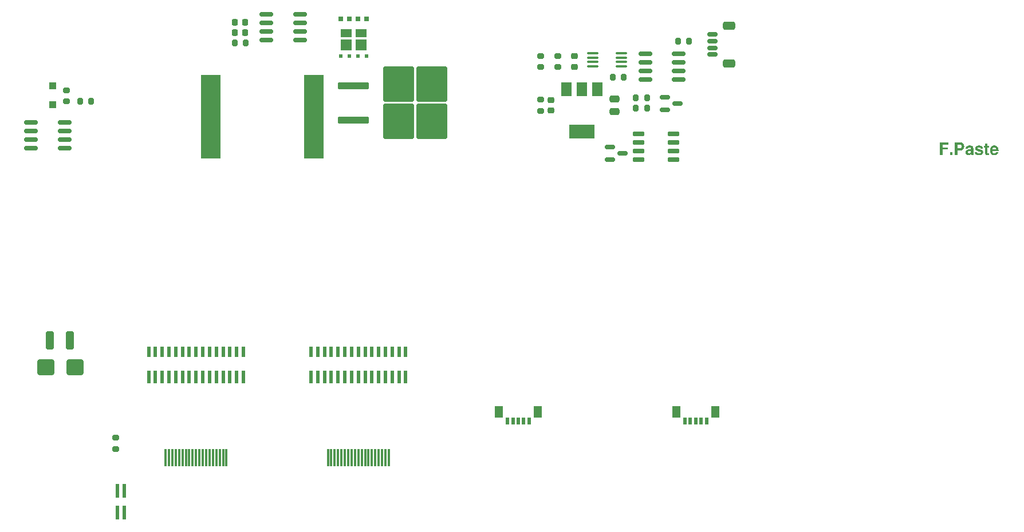
<source format=gbr>
%TF.GenerationSoftware,KiCad,Pcbnew,7.0.9-7.0.9~ubuntu20.04.1*%
%TF.CreationDate,2023-12-22T10:27:10-08:00*%
%TF.ProjectId,NX-J401-Adapter,4e582d4a-3430-4312-9d41-646170746572,1*%
%TF.SameCoordinates,Original*%
%TF.FileFunction,Paste,Top*%
%TF.FilePolarity,Positive*%
%FSLAX46Y46*%
G04 Gerber Fmt 4.6, Leading zero omitted, Abs format (unit mm)*
G04 Created by KiCad (PCBNEW 7.0.9-7.0.9~ubuntu20.04.1) date 2023-12-22 10:27:10*
%MOMM*%
%LPD*%
G01*
G04 APERTURE LIST*
G04 Aperture macros list*
%AMRoundRect*
0 Rectangle with rounded corners*
0 $1 Rounding radius*
0 $2 $3 $4 $5 $6 $7 $8 $9 X,Y pos of 4 corners*
0 Add a 4 corners polygon primitive as box body*
4,1,4,$2,$3,$4,$5,$6,$7,$8,$9,$2,$3,0*
0 Add four circle primitives for the rounded corners*
1,1,$1+$1,$2,$3*
1,1,$1+$1,$4,$5*
1,1,$1+$1,$6,$7*
1,1,$1+$1,$8,$9*
0 Add four rect primitives between the rounded corners*
20,1,$1+$1,$2,$3,$4,$5,0*
20,1,$1+$1,$4,$5,$6,$7,0*
20,1,$1+$1,$6,$7,$8,$9,0*
20,1,$1+$1,$8,$9,$2,$3,0*%
G04 Aperture macros list end*
%ADD10C,0.300000*%
%ADD11RoundRect,0.250000X0.325000X1.100000X-0.325000X1.100000X-0.325000X-1.100000X0.325000X-1.100000X0*%
%ADD12R,0.550000X2.000000*%
%ADD13RoundRect,0.200000X-0.200000X-0.275000X0.200000X-0.275000X0.200000X0.275000X-0.200000X0.275000X0*%
%ADD14RoundRect,0.200000X0.200000X0.275000X-0.200000X0.275000X-0.200000X-0.275000X0.200000X-0.275000X0*%
%ADD15RoundRect,0.250000X1.000000X0.900000X-1.000000X0.900000X-1.000000X-0.900000X1.000000X-0.900000X0*%
%ADD16RoundRect,0.150000X0.825000X0.150000X-0.825000X0.150000X-0.825000X-0.150000X0.825000X-0.150000X0*%
%ADD17RoundRect,0.150000X-0.625000X0.150000X-0.625000X-0.150000X0.625000X-0.150000X0.625000X0.150000X0*%
%ADD18RoundRect,0.250000X-0.650000X0.350000X-0.650000X-0.350000X0.650000X-0.350000X0.650000X0.350000X0*%
%ADD19RoundRect,0.200000X0.275000X-0.200000X0.275000X0.200000X-0.275000X0.200000X-0.275000X-0.200000X0*%
%ADD20RoundRect,0.225000X0.225000X0.250000X-0.225000X0.250000X-0.225000X-0.250000X0.225000X-0.250000X0*%
%ADD21RoundRect,0.250000X-0.475000X0.250000X-0.475000X-0.250000X0.475000X-0.250000X0.475000X0.250000X0*%
%ADD22RoundRect,0.100000X-0.712500X-0.100000X0.712500X-0.100000X0.712500X0.100000X-0.712500X0.100000X0*%
%ADD23R,0.508000X1.092200*%
%ADD24R,1.193800X1.701800*%
%ADD25RoundRect,0.150000X-0.587500X-0.150000X0.587500X-0.150000X0.587500X0.150000X-0.587500X0.150000X0*%
%ADD26RoundRect,0.250000X-0.300000X0.300000X-0.300000X-0.300000X0.300000X-0.300000X0.300000X0.300000X0*%
%ADD27R,1.500000X2.000000*%
%ADD28R,3.800000X2.000000*%
%ADD29RoundRect,0.225000X-0.250000X0.225000X-0.250000X-0.225000X0.250000X-0.225000X0.250000X0.225000X0*%
%ADD30RoundRect,0.150000X0.725000X0.150000X-0.725000X0.150000X-0.725000X-0.150000X0.725000X-0.150000X0*%
%ADD31R,0.660000X0.750000*%
%ADD32R,2.895600X12.446000*%
%ADD33R,0.300000X2.600000*%
%ADD34RoundRect,0.250000X-2.050000X-0.300000X2.050000X-0.300000X2.050000X0.300000X-2.050000X0.300000X0*%
%ADD35RoundRect,0.250000X-2.025000X-2.375000X2.025000X-2.375000X2.025000X2.375000X-2.025000X2.375000X0*%
%ADD36R,0.600000X1.850000*%
%ADD37R,0.600000X1.650000*%
%ADD38RoundRect,0.150000X-0.825000X-0.150000X0.825000X-0.150000X0.825000X0.150000X-0.825000X0.150000X0*%
G04 APERTURE END LIST*
D10*
G36*
X359350399Y-103687157D02*
G01*
X359350399Y-104472741D01*
X358975195Y-104472741D01*
X358975195Y-102649267D01*
X360255839Y-102649267D01*
X360255839Y-102961937D01*
X359350399Y-102961937D01*
X359350399Y-103374487D01*
X360148142Y-103374487D01*
X360148142Y-103687157D01*
X359350399Y-103687157D01*
G37*
G36*
X360847306Y-104107525D02*
G01*
X360847306Y-104472741D01*
X360472102Y-104472741D01*
X360472102Y-104107525D01*
X360847306Y-104107525D01*
G37*
G36*
X361992329Y-102649409D02*
G01*
X362009742Y-102649833D01*
X362043784Y-102651533D01*
X362076782Y-102654366D01*
X362108734Y-102658332D01*
X362139641Y-102663431D01*
X362169504Y-102669664D01*
X362198321Y-102677029D01*
X362226094Y-102685528D01*
X362252821Y-102695160D01*
X362278504Y-102705925D01*
X362303142Y-102717823D01*
X362326734Y-102730854D01*
X362349282Y-102745019D01*
X362370785Y-102760316D01*
X362391243Y-102776747D01*
X362410656Y-102794311D01*
X362429009Y-102812950D01*
X362446177Y-102832608D01*
X362462162Y-102853283D01*
X362476963Y-102874975D01*
X362490579Y-102897686D01*
X362503012Y-102921415D01*
X362514260Y-102946161D01*
X362524324Y-102971925D01*
X362533205Y-102998707D01*
X362540901Y-103026506D01*
X362547413Y-103055324D01*
X362552742Y-103085159D01*
X362556886Y-103116012D01*
X362559846Y-103147883D01*
X362561622Y-103180772D01*
X362562214Y-103214678D01*
X362561627Y-103248926D01*
X362559866Y-103282295D01*
X362556932Y-103314785D01*
X362552823Y-103346396D01*
X362547541Y-103377129D01*
X362541084Y-103406983D01*
X362533454Y-103435958D01*
X362524650Y-103464054D01*
X362514672Y-103491272D01*
X362503520Y-103517611D01*
X362491195Y-103543072D01*
X362477695Y-103567653D01*
X362463022Y-103591356D01*
X362447175Y-103614181D01*
X362430154Y-103636126D01*
X362411959Y-103657193D01*
X362392839Y-103677176D01*
X362372936Y-103695870D01*
X362352249Y-103713274D01*
X362330778Y-103729389D01*
X362308524Y-103744216D01*
X362285486Y-103757752D01*
X362261664Y-103770000D01*
X362237059Y-103780958D01*
X362211670Y-103790627D01*
X362185497Y-103799007D01*
X362158540Y-103806098D01*
X362130800Y-103811900D01*
X362102276Y-103816412D01*
X362072968Y-103819635D01*
X362042877Y-103821569D01*
X362012002Y-103822213D01*
X361544300Y-103822213D01*
X361544300Y-104472741D01*
X361169096Y-104472741D01*
X361169096Y-102961937D01*
X361544300Y-102961937D01*
X361544300Y-103509543D01*
X361894316Y-103509543D01*
X361912324Y-103509278D01*
X361929760Y-103508480D01*
X361962916Y-103505289D01*
X361993786Y-103499971D01*
X362022370Y-103492526D01*
X362048666Y-103482953D01*
X362072677Y-103471254D01*
X362094400Y-103457427D01*
X362113837Y-103441473D01*
X362130987Y-103423391D01*
X362145850Y-103403183D01*
X362158427Y-103380847D01*
X362168717Y-103356384D01*
X362176720Y-103329794D01*
X362182437Y-103301076D01*
X362185867Y-103270232D01*
X362187010Y-103237260D01*
X362186384Y-103211601D01*
X362184506Y-103187225D01*
X362181376Y-103164131D01*
X362176995Y-103142319D01*
X362171361Y-103121790D01*
X362164476Y-103102543D01*
X362156338Y-103084579D01*
X362146949Y-103067897D01*
X362136308Y-103052498D01*
X362124415Y-103038381D01*
X362115791Y-103029682D01*
X362101743Y-103017575D01*
X362086305Y-103006659D01*
X362069478Y-102996934D01*
X362051262Y-102988400D01*
X362031656Y-102981056D01*
X362010662Y-102974904D01*
X361988278Y-102969942D01*
X361964504Y-102966171D01*
X361939341Y-102963591D01*
X361921794Y-102962532D01*
X361903630Y-102962003D01*
X361894316Y-102961937D01*
X361544300Y-102961937D01*
X361169096Y-102961937D01*
X361169096Y-102649267D01*
X361974655Y-102649267D01*
X361992329Y-102649409D01*
G37*
G36*
X363395705Y-103100004D02*
G01*
X363428636Y-103101220D01*
X363460488Y-103103247D01*
X363491260Y-103106085D01*
X363520953Y-103109734D01*
X363549565Y-103114194D01*
X363577098Y-103119464D01*
X363603551Y-103125546D01*
X363628925Y-103132438D01*
X363653219Y-103140141D01*
X363676433Y-103148655D01*
X363698567Y-103157980D01*
X363719621Y-103168115D01*
X363739596Y-103179062D01*
X363758491Y-103190819D01*
X363776307Y-103203387D01*
X363793043Y-103216767D01*
X363808699Y-103230956D01*
X363823275Y-103245957D01*
X363836771Y-103261769D01*
X363849188Y-103278391D01*
X363860525Y-103295825D01*
X363870783Y-103314069D01*
X363879960Y-103333124D01*
X363888058Y-103352990D01*
X363895076Y-103373666D01*
X363901015Y-103395154D01*
X363905874Y-103417452D01*
X363909653Y-103440562D01*
X363912352Y-103464482D01*
X363913972Y-103489213D01*
X363914511Y-103514755D01*
X363914511Y-104265162D01*
X363915760Y-104287975D01*
X363919505Y-104310163D01*
X363925748Y-104331727D01*
X363934487Y-104352667D01*
X363945724Y-104372982D01*
X363955790Y-104387809D01*
X363967261Y-104402285D01*
X363980136Y-104416409D01*
X363994416Y-104430183D01*
X363994416Y-104472741D01*
X363614435Y-104472741D01*
X363602925Y-104456275D01*
X363593367Y-104438093D01*
X363585758Y-104418192D01*
X363581077Y-104401036D01*
X363577643Y-104382780D01*
X363575458Y-104363424D01*
X363574522Y-104342970D01*
X363574483Y-104337684D01*
X363551150Y-104360980D01*
X363527508Y-104382773D01*
X363503557Y-104403063D01*
X363479298Y-104421850D01*
X363454729Y-104439134D01*
X363429853Y-104454915D01*
X363404667Y-104469193D01*
X363379173Y-104481969D01*
X363353370Y-104493241D01*
X363327258Y-104503010D01*
X363300837Y-104511276D01*
X363274108Y-104518040D01*
X363247070Y-104523300D01*
X363219723Y-104527057D01*
X363192068Y-104529312D01*
X363164104Y-104530063D01*
X363141261Y-104529629D01*
X363118981Y-104528326D01*
X363097264Y-104526155D01*
X363076111Y-104523115D01*
X363055521Y-104519207D01*
X363035494Y-104514430D01*
X363016030Y-104508784D01*
X362997129Y-104502270D01*
X362978792Y-104494888D01*
X362961017Y-104486637D01*
X362943806Y-104477517D01*
X362927158Y-104467529D01*
X362911074Y-104456673D01*
X362895552Y-104444948D01*
X362880594Y-104432354D01*
X362866199Y-104418892D01*
X362852579Y-104404715D01*
X362839837Y-104389979D01*
X362827975Y-104374683D01*
X362816991Y-104358828D01*
X362806886Y-104342412D01*
X362797660Y-104325437D01*
X362789312Y-104307902D01*
X362781843Y-104289807D01*
X362775253Y-104271152D01*
X362769541Y-104251938D01*
X362764708Y-104232163D01*
X362760754Y-104211829D01*
X362757678Y-104190936D01*
X362755482Y-104169482D01*
X362754164Y-104147468D01*
X362753724Y-104124895D01*
X362754113Y-104102841D01*
X362755083Y-104084943D01*
X363104175Y-104084943D01*
X363104976Y-104103236D01*
X363107378Y-104120553D01*
X363112632Y-104140824D01*
X363120389Y-104159568D01*
X363130647Y-104176786D01*
X363143408Y-104192478D01*
X363155418Y-104203931D01*
X363172322Y-104216567D01*
X363191008Y-104227061D01*
X363207238Y-104233914D01*
X363224609Y-104239397D01*
X363243119Y-104243509D01*
X363262770Y-104246250D01*
X363283560Y-104247621D01*
X363294383Y-104247792D01*
X363318690Y-104247067D01*
X363341945Y-104244891D01*
X363364146Y-104241265D01*
X363385293Y-104236189D01*
X363405387Y-104229662D01*
X363424428Y-104221685D01*
X363442415Y-104212258D01*
X363459349Y-104201380D01*
X363475229Y-104189052D01*
X363490056Y-104175273D01*
X363499355Y-104165282D01*
X363512316Y-104149119D01*
X363524001Y-104131735D01*
X363534412Y-104113129D01*
X363543548Y-104093303D01*
X363551410Y-104072254D01*
X363557996Y-104049985D01*
X363563308Y-104026494D01*
X363567345Y-104001781D01*
X363570107Y-103975848D01*
X363571240Y-103957880D01*
X363571806Y-103939370D01*
X363571877Y-103929911D01*
X363571877Y-103834807D01*
X363555677Y-103841800D01*
X363536933Y-103848666D01*
X363520105Y-103854067D01*
X363501649Y-103859387D01*
X363481564Y-103864625D01*
X363459851Y-103869782D01*
X363442497Y-103873596D01*
X363424228Y-103877365D01*
X363304371Y-103899947D01*
X363284261Y-103904356D01*
X363265297Y-103909117D01*
X363247478Y-103914229D01*
X363230804Y-103919692D01*
X363210353Y-103927522D01*
X363191937Y-103935977D01*
X363175557Y-103945056D01*
X363157945Y-103957282D01*
X363148904Y-103965086D01*
X363136018Y-103979234D01*
X363125317Y-103995077D01*
X363116799Y-104012618D01*
X363110465Y-104031854D01*
X363106316Y-104052787D01*
X363104568Y-104070755D01*
X363104175Y-104084943D01*
X362755083Y-104084943D01*
X362755278Y-104081352D01*
X362757220Y-104060429D01*
X362759940Y-104040071D01*
X362763436Y-104020280D01*
X362767709Y-104001054D01*
X362772759Y-103982394D01*
X362778586Y-103964299D01*
X362785190Y-103946770D01*
X362792571Y-103929807D01*
X362800728Y-103913410D01*
X362809663Y-103897578D01*
X362819374Y-103882313D01*
X362829863Y-103867613D01*
X362841128Y-103853478D01*
X362853171Y-103839910D01*
X362865990Y-103826907D01*
X362879586Y-103814470D01*
X362893959Y-103802598D01*
X362909109Y-103791292D01*
X362925036Y-103780552D01*
X362941740Y-103770378D01*
X362959221Y-103760770D01*
X362977479Y-103751727D01*
X362996513Y-103743250D01*
X363016325Y-103735339D01*
X363036913Y-103727993D01*
X363058279Y-103721213D01*
X363080421Y-103714999D01*
X363103341Y-103709351D01*
X363127037Y-103704268D01*
X363151510Y-103699751D01*
X363291777Y-103674998D01*
X363309930Y-103673074D01*
X363328590Y-103670670D01*
X363341717Y-103668918D01*
X363359897Y-103666193D01*
X363378630Y-103663056D01*
X363396470Y-103659252D01*
X363399040Y-103658496D01*
X363415999Y-103654068D01*
X363433031Y-103650269D01*
X363447678Y-103647205D01*
X363466479Y-103642846D01*
X363483341Y-103637520D01*
X363498921Y-103629834D01*
X363513384Y-103619931D01*
X363527633Y-103609590D01*
X363535399Y-103603779D01*
X363548386Y-103591869D01*
X363558809Y-103577589D01*
X363564060Y-103565998D01*
X363568824Y-103549184D01*
X363571389Y-103530660D01*
X363571877Y-103517360D01*
X363570095Y-103493224D01*
X363564748Y-103471462D01*
X363555835Y-103452074D01*
X363543358Y-103435060D01*
X363527316Y-103420421D01*
X363507710Y-103408155D01*
X363484538Y-103398263D01*
X363467110Y-103392987D01*
X363448097Y-103388767D01*
X363427500Y-103385601D01*
X363405319Y-103383491D01*
X363381553Y-103382436D01*
X363369076Y-103382304D01*
X363345410Y-103382655D01*
X363323102Y-103383709D01*
X363302153Y-103385464D01*
X363282563Y-103387922D01*
X363264331Y-103391083D01*
X363242136Y-103396389D01*
X363222357Y-103402944D01*
X363204993Y-103410747D01*
X363190045Y-103419798D01*
X363186685Y-103422256D01*
X363171240Y-103436332D01*
X363160288Y-103449882D01*
X363150585Y-103465468D01*
X363142131Y-103483090D01*
X363134925Y-103502747D01*
X363128967Y-103524440D01*
X363125318Y-103542045D01*
X363122372Y-103560796D01*
X363121546Y-103567301D01*
X362784123Y-103567301D01*
X362786632Y-103538526D01*
X362790145Y-103510665D01*
X362794660Y-103483717D01*
X362800177Y-103457683D01*
X362806697Y-103432562D01*
X362814219Y-103408355D01*
X362822744Y-103385061D01*
X362832272Y-103362681D01*
X362842802Y-103341214D01*
X362854334Y-103320661D01*
X362866869Y-103301021D01*
X362880407Y-103282295D01*
X362894947Y-103264482D01*
X362910490Y-103247582D01*
X362927035Y-103231596D01*
X362944583Y-103216524D01*
X362963134Y-103202365D01*
X362982686Y-103189120D01*
X363003242Y-103176788D01*
X363024800Y-103165369D01*
X363047360Y-103154864D01*
X363070923Y-103145272D01*
X363095489Y-103136594D01*
X363121057Y-103128830D01*
X363147628Y-103121979D01*
X363175201Y-103116041D01*
X363203777Y-103111017D01*
X363233355Y-103106906D01*
X363263936Y-103103709D01*
X363295519Y-103101425D01*
X363328105Y-103100055D01*
X363361694Y-103099598D01*
X363395705Y-103100004D01*
G37*
G36*
X364480357Y-104080166D02*
G01*
X364485270Y-104100821D01*
X364491322Y-104120227D01*
X364498515Y-104138385D01*
X364506847Y-104155294D01*
X364516320Y-104170954D01*
X364526932Y-104185366D01*
X364538684Y-104198530D01*
X364551576Y-104210445D01*
X364566545Y-104220929D01*
X364584526Y-104230014D01*
X364605520Y-104237702D01*
X364623243Y-104242551D01*
X364642660Y-104246613D01*
X364663772Y-104249889D01*
X364686578Y-104252379D01*
X364711079Y-104254082D01*
X364737275Y-104255000D01*
X364755680Y-104255174D01*
X364778169Y-104254869D01*
X364799711Y-104253953D01*
X364820306Y-104252426D01*
X364839955Y-104250289D01*
X364858657Y-104247541D01*
X364876412Y-104244182D01*
X364898614Y-104238754D01*
X364919133Y-104232240D01*
X364937969Y-104224640D01*
X364946756Y-104220433D01*
X364962939Y-104211212D01*
X364980134Y-104198483D01*
X364993957Y-104184418D01*
X365004409Y-104169018D01*
X365011489Y-104152281D01*
X365015197Y-104134209D01*
X365015804Y-104122724D01*
X365014149Y-104103508D01*
X365009182Y-104086246D01*
X365000904Y-104070938D01*
X364989314Y-104057584D01*
X364973844Y-104045316D01*
X364956299Y-104035116D01*
X364938284Y-104026770D01*
X364921172Y-104020095D01*
X364902152Y-104013674D01*
X364898119Y-104012421D01*
X364480357Y-103882576D01*
X364462281Y-103877691D01*
X364449959Y-103873891D01*
X364433048Y-103868134D01*
X364416108Y-103861938D01*
X364411309Y-103859994D01*
X364394259Y-103852742D01*
X364377348Y-103846220D01*
X364370054Y-103843492D01*
X364352641Y-103836351D01*
X364336524Y-103828299D01*
X364323588Y-103820042D01*
X364309028Y-103808806D01*
X364294356Y-103797732D01*
X364282333Y-103788775D01*
X364267922Y-103776536D01*
X364255632Y-103763703D01*
X364244562Y-103748901D01*
X364243683Y-103747520D01*
X364234223Y-103731277D01*
X364225266Y-103715263D01*
X364216915Y-103699836D01*
X364215022Y-103696277D01*
X364207266Y-103679258D01*
X364200610Y-103660934D01*
X364195616Y-103643549D01*
X364192440Y-103629834D01*
X364189210Y-103610673D01*
X364186903Y-103590968D01*
X364185642Y-103573281D01*
X364185087Y-103555178D01*
X364185058Y-103549930D01*
X364185640Y-103524268D01*
X364187385Y-103499284D01*
X364190294Y-103474979D01*
X364194367Y-103451352D01*
X364199604Y-103428404D01*
X364206004Y-103406134D01*
X364213568Y-103384543D01*
X364222296Y-103363631D01*
X364232187Y-103343397D01*
X364243242Y-103323841D01*
X364255461Y-103304964D01*
X364268843Y-103286766D01*
X364283390Y-103269246D01*
X364299099Y-103252405D01*
X364315973Y-103236242D01*
X364334010Y-103220758D01*
X364353053Y-103206086D01*
X364372945Y-103192361D01*
X364393684Y-103179583D01*
X364415272Y-103167751D01*
X364437708Y-103156865D01*
X364460992Y-103146926D01*
X364485124Y-103137934D01*
X364510104Y-103129888D01*
X364535933Y-103122789D01*
X364562609Y-103116636D01*
X364590134Y-103111430D01*
X364618507Y-103107171D01*
X364647728Y-103103858D01*
X364677798Y-103101492D01*
X364708715Y-103100072D01*
X364740481Y-103099598D01*
X364774111Y-103100072D01*
X364806822Y-103101492D01*
X364838613Y-103103858D01*
X364869485Y-103107171D01*
X364899437Y-103111430D01*
X364928470Y-103116636D01*
X364956583Y-103122789D01*
X364983777Y-103129888D01*
X365010052Y-103137934D01*
X365035407Y-103146926D01*
X365059843Y-103156865D01*
X365083359Y-103167751D01*
X365105956Y-103179583D01*
X365127634Y-103192361D01*
X365148392Y-103206086D01*
X365168231Y-103220758D01*
X365187025Y-103236271D01*
X365204648Y-103252520D01*
X365221101Y-103269506D01*
X365236383Y-103287228D01*
X365250495Y-103305685D01*
X365263436Y-103324880D01*
X365275207Y-103344810D01*
X365285808Y-103365476D01*
X365295238Y-103386879D01*
X365303497Y-103409018D01*
X365310586Y-103431893D01*
X365316505Y-103455505D01*
X365321253Y-103479852D01*
X365324830Y-103504936D01*
X365327238Y-103530756D01*
X365328474Y-103557312D01*
X364990617Y-103557312D01*
X364989324Y-103535173D01*
X364986098Y-103514463D01*
X364980938Y-103495180D01*
X364973844Y-103477326D01*
X364964816Y-103460901D01*
X364953854Y-103445903D01*
X364940958Y-103432334D01*
X364926129Y-103420194D01*
X364909366Y-103409481D01*
X364890668Y-103400197D01*
X364870038Y-103392341D01*
X364847473Y-103385914D01*
X364822974Y-103380915D01*
X364796542Y-103377344D01*
X364768176Y-103375202D01*
X364737875Y-103374487D01*
X364715334Y-103375017D01*
X364693961Y-103376604D01*
X364673754Y-103379251D01*
X364654714Y-103382956D01*
X364636841Y-103387719D01*
X364620136Y-103393541D01*
X364600895Y-103402307D01*
X364590226Y-103408360D01*
X364574463Y-103419518D01*
X364561371Y-103431820D01*
X364549188Y-103448095D01*
X364540852Y-103466019D01*
X364536364Y-103485591D01*
X364535509Y-103499555D01*
X364537056Y-103518554D01*
X364542495Y-103537073D01*
X364551849Y-103552569D01*
X364560262Y-103561221D01*
X364575814Y-103571752D01*
X364591361Y-103579792D01*
X364610236Y-103587955D01*
X364628508Y-103594851D01*
X364649091Y-103601831D01*
X364657971Y-103604647D01*
X365100486Y-103732321D01*
X365132616Y-103742758D01*
X365162674Y-103754638D01*
X365190658Y-103767959D01*
X365216570Y-103782722D01*
X365240409Y-103798928D01*
X365262174Y-103816575D01*
X365281867Y-103835664D01*
X365299487Y-103856194D01*
X365315034Y-103878167D01*
X365328508Y-103901582D01*
X365339909Y-103926438D01*
X365349237Y-103952737D01*
X365356493Y-103980477D01*
X365361675Y-104009659D01*
X365364784Y-104040283D01*
X365365821Y-104072349D01*
X365365387Y-104091722D01*
X365364084Y-104110972D01*
X365361913Y-104130100D01*
X365358873Y-104149105D01*
X365354964Y-104167989D01*
X365350187Y-104186751D01*
X365344542Y-104205390D01*
X365338028Y-104223907D01*
X365330659Y-104242343D01*
X365322232Y-104260738D01*
X365312746Y-104279093D01*
X365302201Y-104297406D01*
X365290598Y-104315680D01*
X365277937Y-104333912D01*
X365264217Y-104352103D01*
X365253232Y-104365720D01*
X365249438Y-104370254D01*
X365237419Y-104383596D01*
X365224324Y-104396427D01*
X365210152Y-104408746D01*
X365194904Y-104420554D01*
X365178580Y-104431851D01*
X365161179Y-104442636D01*
X365142702Y-104452909D01*
X365123149Y-104462671D01*
X365102519Y-104471922D01*
X365080813Y-104480661D01*
X365065745Y-104486203D01*
X365042386Y-104494041D01*
X365018233Y-104501108D01*
X364993287Y-104507405D01*
X364976215Y-104511174D01*
X364958790Y-104514601D01*
X364941013Y-104517685D01*
X364922882Y-104520426D01*
X364904399Y-104522825D01*
X364885562Y-104524881D01*
X364866373Y-104526594D01*
X364846832Y-104527965D01*
X364826937Y-104528993D01*
X364806689Y-104529678D01*
X364786089Y-104530020D01*
X364775656Y-104530063D01*
X364737303Y-104529624D01*
X364700137Y-104528306D01*
X364664160Y-104526109D01*
X364629371Y-104523034D01*
X364595770Y-104519079D01*
X364563357Y-104514247D01*
X364532133Y-104508535D01*
X364502097Y-104501945D01*
X364473250Y-104494476D01*
X364445591Y-104486128D01*
X364419120Y-104476902D01*
X364393837Y-104466797D01*
X364369742Y-104455813D01*
X364346836Y-104443950D01*
X364325118Y-104431209D01*
X364304589Y-104417589D01*
X364285248Y-104403090D01*
X364267095Y-104387713D01*
X364250130Y-104371457D01*
X364234353Y-104354322D01*
X364219765Y-104336309D01*
X364206365Y-104317417D01*
X364194154Y-104297646D01*
X364183131Y-104276996D01*
X364173296Y-104255468D01*
X364164649Y-104233061D01*
X364157191Y-104209775D01*
X364150920Y-104185611D01*
X364145839Y-104160568D01*
X364141945Y-104134646D01*
X364139240Y-104107845D01*
X364137723Y-104080166D01*
X364480357Y-104080166D01*
G37*
G36*
X366215675Y-103149539D02*
G01*
X366215675Y-103382304D01*
X366020691Y-103382304D01*
X366020691Y-104117513D01*
X366021037Y-104139036D01*
X366022075Y-104158659D01*
X366023805Y-104176383D01*
X366026941Y-104195865D01*
X366032132Y-104215326D01*
X366040156Y-104232627D01*
X366042838Y-104236501D01*
X366057115Y-104249040D01*
X366074505Y-104257073D01*
X366093049Y-104261776D01*
X366111068Y-104264155D01*
X366131420Y-104265134D01*
X366135771Y-104265162D01*
X366153152Y-104264578D01*
X366171948Y-104263079D01*
X366190976Y-104261010D01*
X366209205Y-104258674D01*
X366215675Y-104257780D01*
X366215675Y-104502705D01*
X366193894Y-104509117D01*
X366176899Y-104513365D01*
X366159340Y-104517132D01*
X366141215Y-104520418D01*
X366122526Y-104523224D01*
X366103271Y-104525548D01*
X366083452Y-104527392D01*
X366063068Y-104528754D01*
X366042119Y-104529636D01*
X366020605Y-104530037D01*
X366013308Y-104530063D01*
X365992201Y-104529753D01*
X365971765Y-104528823D01*
X365951998Y-104527273D01*
X365932902Y-104525103D01*
X365914475Y-104522313D01*
X365896719Y-104518903D01*
X365879632Y-104514873D01*
X365847470Y-104504953D01*
X365817987Y-104492553D01*
X365791185Y-104477672D01*
X365767063Y-104460312D01*
X365745621Y-104440471D01*
X365726860Y-104418151D01*
X365710778Y-104393350D01*
X365697377Y-104366070D01*
X365686656Y-104336309D01*
X365678616Y-104304068D01*
X365673255Y-104269348D01*
X365671580Y-104251057D01*
X365670575Y-104232147D01*
X365670240Y-104212616D01*
X365670240Y-103382304D01*
X365497837Y-103382304D01*
X365497837Y-103149539D01*
X365670240Y-103149539D01*
X365670240Y-102786928D01*
X366020691Y-102786928D01*
X366020691Y-103149539D01*
X366215675Y-103149539D01*
G37*
G36*
X367033095Y-103099911D02*
G01*
X367054781Y-103100847D01*
X367076305Y-103102408D01*
X367097665Y-103104592D01*
X367118862Y-103107402D01*
X367139897Y-103110835D01*
X367160769Y-103114893D01*
X367181478Y-103119575D01*
X367202166Y-103125077D01*
X367222977Y-103131598D01*
X367243910Y-103139137D01*
X367264965Y-103147693D01*
X367280836Y-103154778D01*
X367296777Y-103162436D01*
X367312785Y-103170666D01*
X367328863Y-103179469D01*
X367345009Y-103188844D01*
X367350406Y-103192097D01*
X367366408Y-103202201D01*
X367382004Y-103212809D01*
X367397196Y-103223921D01*
X367411984Y-103235537D01*
X367426367Y-103247656D01*
X367440345Y-103260279D01*
X367453919Y-103273407D01*
X367467088Y-103287038D01*
X367479852Y-103301172D01*
X367492212Y-103315811D01*
X367500227Y-103325850D01*
X367511987Y-103341542D01*
X367523327Y-103358165D01*
X367534246Y-103375720D01*
X367544746Y-103394206D01*
X367554826Y-103413623D01*
X367564487Y-103433971D01*
X367573727Y-103455251D01*
X367582548Y-103477462D01*
X367590948Y-103500605D01*
X367598929Y-103524678D01*
X367604016Y-103541245D01*
X367608907Y-103558115D01*
X367613482Y-103575287D01*
X367617742Y-103592761D01*
X367621686Y-103610537D01*
X367625314Y-103628615D01*
X367628627Y-103646995D01*
X367631624Y-103665677D01*
X367634306Y-103684660D01*
X367636673Y-103703946D01*
X367638724Y-103723534D01*
X367640459Y-103743423D01*
X367641879Y-103763615D01*
X367642983Y-103784108D01*
X367643772Y-103804904D01*
X367644245Y-103826001D01*
X367644403Y-103847401D01*
X367644149Y-103866128D01*
X367643385Y-103884856D01*
X367642113Y-103903584D01*
X367641797Y-103907329D01*
X366736357Y-103907329D01*
X366737138Y-103926430D01*
X366738176Y-103944866D01*
X366739472Y-103962637D01*
X366741455Y-103983915D01*
X366743840Y-104004155D01*
X366746628Y-104023355D01*
X366749820Y-104041517D01*
X366753772Y-104058970D01*
X366758573Y-104076317D01*
X366764222Y-104093558D01*
X366770719Y-104110693D01*
X366778064Y-104127723D01*
X366786257Y-104144646D01*
X366789772Y-104151385D01*
X366799522Y-104167598D01*
X366810586Y-104182581D01*
X366822965Y-104196334D01*
X366836659Y-104208857D01*
X366851667Y-104220151D01*
X366867990Y-104230214D01*
X366874888Y-104233895D01*
X366893229Y-104242152D01*
X366912970Y-104249010D01*
X366929771Y-104253488D01*
X366947467Y-104257071D01*
X366966059Y-104259758D01*
X366985547Y-104261549D01*
X367005930Y-104262445D01*
X367016458Y-104262557D01*
X367040963Y-104261892D01*
X367064430Y-104259897D01*
X367086859Y-104256572D01*
X367108250Y-104251917D01*
X367128603Y-104245933D01*
X367147917Y-104238618D01*
X367166194Y-104229973D01*
X367183432Y-104219999D01*
X367199632Y-104208695D01*
X367214794Y-104196060D01*
X367228918Y-104182096D01*
X367242003Y-104166802D01*
X367254051Y-104150178D01*
X367265060Y-104132223D01*
X367275031Y-104112939D01*
X367283964Y-104092325D01*
X367629204Y-104092325D01*
X367621597Y-104117033D01*
X367613109Y-104141105D01*
X367603738Y-104164544D01*
X367593486Y-104187348D01*
X367582351Y-104209517D01*
X367570334Y-104231052D01*
X367557435Y-104251953D01*
X367543654Y-104272219D01*
X367528991Y-104291851D01*
X367513445Y-104310848D01*
X367497018Y-104329211D01*
X367479708Y-104346940D01*
X367461517Y-104364034D01*
X367442443Y-104380493D01*
X367422487Y-104396319D01*
X367401650Y-104411509D01*
X367380147Y-104425865D01*
X367358196Y-104439295D01*
X367335798Y-104451799D01*
X367312951Y-104463377D01*
X367289657Y-104474028D01*
X367265915Y-104483753D01*
X367241725Y-104492552D01*
X367217087Y-104500425D01*
X367192002Y-104507371D01*
X367166469Y-104513392D01*
X367140487Y-104518486D01*
X367114058Y-104522654D01*
X367087181Y-104525895D01*
X367059857Y-104528211D01*
X367032084Y-104529600D01*
X367003864Y-104530063D01*
X366986015Y-104529881D01*
X366968405Y-104529336D01*
X366951033Y-104528426D01*
X366917005Y-104525515D01*
X366883929Y-104521149D01*
X366851808Y-104515327D01*
X366820639Y-104508049D01*
X366790424Y-104499317D01*
X366761162Y-104489128D01*
X366732853Y-104477485D01*
X366705498Y-104464386D01*
X366679096Y-104449831D01*
X366653648Y-104433821D01*
X366629152Y-104416355D01*
X366605611Y-104397434D01*
X366583022Y-104377058D01*
X366561387Y-104355226D01*
X366550927Y-104343764D01*
X366530944Y-104319934D01*
X366512250Y-104295018D01*
X366494846Y-104269017D01*
X366478730Y-104241929D01*
X366463904Y-104213756D01*
X366450368Y-104184498D01*
X366438120Y-104154154D01*
X366427162Y-104122724D01*
X366417492Y-104090208D01*
X366409113Y-104056607D01*
X366405406Y-104039400D01*
X366402022Y-104021920D01*
X366398960Y-104004170D01*
X366396220Y-103986148D01*
X366393803Y-103967855D01*
X366391708Y-103949290D01*
X366389935Y-103930454D01*
X366388485Y-103911346D01*
X366387357Y-103891967D01*
X366386551Y-103872317D01*
X366386068Y-103852395D01*
X366385907Y-103832201D01*
X366386070Y-103811090D01*
X366386561Y-103790259D01*
X366387380Y-103769709D01*
X366388526Y-103749440D01*
X366389999Y-103729452D01*
X366391800Y-103709744D01*
X366393928Y-103690317D01*
X366395892Y-103674998D01*
X366741134Y-103674998D01*
X367279187Y-103674998D01*
X367277392Y-103656806D01*
X367275157Y-103639144D01*
X367270976Y-103613643D01*
X367265803Y-103589333D01*
X367259638Y-103566213D01*
X367252480Y-103544285D01*
X367244330Y-103523547D01*
X367235187Y-103504000D01*
X367225053Y-103485644D01*
X367213925Y-103468478D01*
X367201806Y-103452504D01*
X367197546Y-103447444D01*
X367184207Y-103433086D01*
X367169922Y-103420141D01*
X367154691Y-103408608D01*
X367138513Y-103398487D01*
X367121388Y-103389779D01*
X367103317Y-103382482D01*
X367084299Y-103376598D01*
X367064335Y-103372126D01*
X367043424Y-103369066D01*
X367021567Y-103367419D01*
X367006469Y-103367105D01*
X366978461Y-103368308D01*
X366951976Y-103371916D01*
X366927014Y-103377929D01*
X366903576Y-103386348D01*
X366881661Y-103397173D01*
X366861269Y-103410402D01*
X366842401Y-103426038D01*
X366825056Y-103444078D01*
X366809234Y-103464524D01*
X366794936Y-103487376D01*
X366782160Y-103512632D01*
X366770909Y-103540295D01*
X366761180Y-103570362D01*
X366752975Y-103602836D01*
X366749443Y-103619974D01*
X366746293Y-103637714D01*
X366743523Y-103656055D01*
X366741134Y-103674998D01*
X366395892Y-103674998D01*
X366396383Y-103671171D01*
X366399166Y-103652306D01*
X366402276Y-103633721D01*
X366405714Y-103615417D01*
X366409479Y-103597394D01*
X366413571Y-103579651D01*
X366417991Y-103562189D01*
X366422738Y-103545008D01*
X366427813Y-103528108D01*
X366433215Y-103511489D01*
X366445001Y-103479092D01*
X366458097Y-103447818D01*
X366472502Y-103417667D01*
X366488217Y-103388640D01*
X366505242Y-103360735D01*
X366523576Y-103333953D01*
X366543219Y-103308294D01*
X366553532Y-103295886D01*
X366574964Y-103272116D01*
X366597352Y-103249881D01*
X366620697Y-103229179D01*
X366644999Y-103210010D01*
X366670258Y-103192375D01*
X366696473Y-103176273D01*
X366723645Y-103161705D01*
X366751774Y-103148670D01*
X366780859Y-103137169D01*
X366810902Y-103127201D01*
X366841900Y-103118767D01*
X366873856Y-103111866D01*
X366906769Y-103106499D01*
X366940638Y-103102665D01*
X366975464Y-103100365D01*
X366993235Y-103099790D01*
X367011246Y-103099598D01*
X367033095Y-103099911D01*
G37*
%TO.C,Q1*%
G36*
X270123000Y-90097000D02*
G01*
X270623000Y-90097000D01*
X270623000Y-89597000D01*
X270123000Y-89597000D01*
X270123000Y-90097000D01*
G37*
G36*
X271403000Y-90097000D02*
G01*
X271903000Y-90097000D01*
X271903000Y-89597000D01*
X271403000Y-89597000D01*
X271403000Y-90097000D01*
G37*
G36*
X272671462Y-90097000D02*
G01*
X273171462Y-90097000D01*
X273171462Y-89597000D01*
X272671462Y-89597000D01*
X272671462Y-90097000D01*
G37*
G36*
X273953000Y-90097000D02*
G01*
X274453000Y-90097000D01*
X274453000Y-89597000D01*
X273953000Y-89597000D01*
X273953000Y-90097000D01*
G37*
G36*
X270408000Y-88982000D02*
G01*
X271978000Y-88982000D01*
X271978000Y-87397000D01*
X270408000Y-87397000D01*
X270408000Y-88982000D01*
G37*
G36*
X272598000Y-88982000D02*
G01*
X274168000Y-88982000D01*
X274168000Y-87397000D01*
X272598000Y-87397000D01*
X272598000Y-88982000D01*
G37*
G36*
X270408000Y-85859500D02*
G01*
X271978000Y-85859500D01*
X271978000Y-87094500D01*
X270408000Y-87094500D01*
X270408000Y-85859500D01*
G37*
G36*
X272598000Y-85859500D02*
G01*
X274168000Y-85859500D01*
X274168000Y-87094500D01*
X272598000Y-87094500D01*
X272598000Y-85859500D01*
G37*
%TD*%
D11*
%TO.C,C9*%
X230329000Y-131953000D03*
X227379000Y-131953000D03*
%TD*%
D12*
%TO.C,D6*%
X238396000Y-157429000D03*
X238396000Y-154229000D03*
X237346000Y-157429000D03*
X237346000Y-154229000D03*
%TD*%
D13*
%TO.C,R5*%
X310579000Y-92964000D03*
X312229000Y-92964000D03*
%TD*%
D14*
%TO.C,R2*%
X321881000Y-87630000D03*
X320231000Y-87630000D03*
%TD*%
D15*
%TO.C,D5*%
X231131000Y-135890000D03*
X226831000Y-135890000D03*
%TD*%
D16*
%TO.C,Q2*%
X229551000Y-103505000D03*
X229551000Y-102235000D03*
X229551000Y-100965000D03*
X229551000Y-99695000D03*
X224601000Y-99695000D03*
X224601000Y-100965000D03*
X224601000Y-102235000D03*
X224601000Y-103505000D03*
%TD*%
D17*
%TO.C,J3*%
X325319000Y-86638000D03*
X325319000Y-87638000D03*
X325319000Y-88638000D03*
X325319000Y-89638000D03*
D18*
X327844000Y-85338000D03*
X327844000Y-90938000D03*
%TD*%
D19*
%TO.C,R9*%
X299974000Y-97980000D03*
X299974000Y-96330000D03*
%TD*%
D20*
%TO.C,C1*%
X256299000Y-84836000D03*
X254749000Y-84836000D03*
%TD*%
D21*
%TO.C,C7*%
X310896000Y-96205000D03*
X310896000Y-98105000D03*
%TD*%
D14*
%TO.C,R7*%
X315658000Y-96012000D03*
X314008000Y-96012000D03*
%TD*%
%TO.C,R1*%
X256349000Y-87884000D03*
X254699000Y-87884000D03*
%TD*%
D22*
%TO.C,U2*%
X307640500Y-89449000D03*
X307640500Y-90099000D03*
X307640500Y-90749000D03*
X307640500Y-91399000D03*
X311865500Y-91399000D03*
X311865500Y-90749000D03*
X311865500Y-90099000D03*
X311865500Y-89449000D03*
%TD*%
D20*
%TO.C,C2*%
X256299000Y-86360000D03*
X254749000Y-86360000D03*
%TD*%
D23*
%TO.C,J8*%
X324484799Y-143889300D03*
X323684801Y-143889300D03*
X322884800Y-143889300D03*
X322084799Y-143889300D03*
X321284801Y-143889300D03*
D24*
X325784799Y-142489300D03*
X319984801Y-142489300D03*
%TD*%
D25*
%TO.C,D3*%
X318340500Y-95951000D03*
X318340500Y-97851000D03*
X320215500Y-96901000D03*
%TD*%
D26*
%TO.C,D1*%
X227838000Y-94231000D03*
X227838000Y-97031000D03*
%TD*%
D27*
%TO.C,U4*%
X308370000Y-94767000D03*
X306070000Y-94767000D03*
D28*
X306070000Y-101067000D03*
D27*
X303770000Y-94767000D03*
%TD*%
D29*
%TO.C,C6*%
X301498000Y-96380000D03*
X301498000Y-97930000D03*
%TD*%
D30*
%TO.C,U5*%
X319567000Y-105156000D03*
X319567000Y-103886000D03*
X319567000Y-102616000D03*
X319567000Y-101346000D03*
X314417000Y-101346000D03*
X314417000Y-102616000D03*
X314417000Y-103886000D03*
X314417000Y-105156000D03*
%TD*%
D31*
%TO.C,Q1*%
X274208000Y-84372000D03*
X272928000Y-84372000D03*
X271648000Y-84372000D03*
X270368000Y-84372000D03*
%TD*%
D32*
%TO.C,L1*%
X251142500Y-98806000D03*
X266433300Y-98806000D03*
%TD*%
D19*
%TO.C,R6*%
X229870000Y-96583000D03*
X229870000Y-94933000D03*
%TD*%
D33*
%TO.C,J14*%
X253500000Y-149315000D03*
X253000000Y-149315000D03*
X252500000Y-149315000D03*
X252000000Y-149315000D03*
X251500000Y-149315000D03*
X251000000Y-149315000D03*
X250500000Y-149315000D03*
X250000000Y-149315000D03*
X249500000Y-149315000D03*
X249000000Y-149315000D03*
X248500000Y-149315000D03*
X248000000Y-149315000D03*
X247500000Y-149315000D03*
X247000000Y-149315000D03*
X246500000Y-149315000D03*
X246000000Y-149315000D03*
X245500000Y-149315000D03*
X245000000Y-149315000D03*
X244500000Y-149315000D03*
%TD*%
D34*
%TO.C,D2*%
X272258000Y-94234000D03*
D35*
X278983000Y-93999000D03*
X278983000Y-99549000D03*
X283833000Y-93999000D03*
X283833000Y-99549000D03*
D34*
X272258000Y-99314000D03*
%TD*%
D36*
%TO.C,J5*%
X242000000Y-137350000D03*
D37*
X242000000Y-133600000D03*
D36*
X243000000Y-137350000D03*
D37*
X243000000Y-133600000D03*
D36*
X244000000Y-137350000D03*
D37*
X244000000Y-133600000D03*
D36*
X245000000Y-137350000D03*
D37*
X245000000Y-133600000D03*
D36*
X246000000Y-137350000D03*
D37*
X246000000Y-133600000D03*
D36*
X247000000Y-137350000D03*
D37*
X247000000Y-133600000D03*
D36*
X248000000Y-137350000D03*
D37*
X248000000Y-133600000D03*
D36*
X249000000Y-137350000D03*
D37*
X249000000Y-133600000D03*
D36*
X250000000Y-137350000D03*
D37*
X250000000Y-133600000D03*
D36*
X251000000Y-137350000D03*
D37*
X251000000Y-133600000D03*
D36*
X252000000Y-137350000D03*
D37*
X252000000Y-133600000D03*
D36*
X253000000Y-137350000D03*
D37*
X253000000Y-133600000D03*
D36*
X254000000Y-137350000D03*
D37*
X254000000Y-133600000D03*
D36*
X255000000Y-137350000D03*
D37*
X255000000Y-133600000D03*
D36*
X256000000Y-137350000D03*
D37*
X256000000Y-133600000D03*
%TD*%
D38*
%TO.C,U1*%
X259399000Y-83693000D03*
X259399000Y-84963000D03*
X259399000Y-86233000D03*
X259399000Y-87503000D03*
X264349000Y-87503000D03*
X264349000Y-86233000D03*
X264349000Y-84963000D03*
X264349000Y-83693000D03*
%TD*%
D19*
%TO.C,R11*%
X237109000Y-148018000D03*
X237109000Y-146368000D03*
%TD*%
D23*
%TO.C,J7*%
X298246599Y-143889300D03*
X297446601Y-143889300D03*
X296646600Y-143889300D03*
X295846599Y-143889300D03*
X295046601Y-143889300D03*
D24*
X299546599Y-142489300D03*
X293746601Y-142489300D03*
%TD*%
D36*
%TO.C,J6*%
X266000000Y-137349440D03*
D37*
X266000000Y-133599440D03*
D36*
X267000000Y-137349440D03*
D37*
X267000000Y-133599440D03*
D36*
X268000000Y-137349440D03*
D37*
X268000000Y-133599440D03*
D36*
X269000000Y-137349440D03*
D37*
X269000000Y-133599440D03*
D36*
X270000000Y-137349440D03*
D37*
X270000000Y-133599440D03*
D36*
X271000000Y-137349440D03*
D37*
X271000000Y-133599440D03*
D36*
X272000000Y-137349440D03*
D37*
X272000000Y-133599440D03*
D36*
X273000000Y-137349440D03*
D37*
X273000000Y-133599440D03*
D36*
X274000000Y-137349440D03*
D37*
X274000000Y-133599440D03*
D36*
X275000000Y-137349440D03*
D37*
X275000000Y-133599440D03*
D36*
X276000000Y-137349440D03*
D37*
X276000000Y-133599440D03*
D36*
X277000000Y-137349440D03*
D37*
X277000000Y-133599440D03*
D36*
X278000000Y-137349440D03*
D37*
X278000000Y-133599440D03*
D36*
X279000000Y-137349440D03*
D37*
X279000000Y-133599440D03*
D36*
X280000000Y-137349440D03*
D37*
X280000000Y-133599440D03*
%TD*%
D14*
%TO.C,R8*%
X233489000Y-96520000D03*
X231839000Y-96520000D03*
%TD*%
D33*
%TO.C,J15*%
X277500000Y-149315000D03*
X277000000Y-149315000D03*
X276500000Y-149315000D03*
X276000000Y-149315000D03*
X275500000Y-149315000D03*
X275000000Y-149315000D03*
X274500000Y-149315000D03*
X274000000Y-149315000D03*
X273500000Y-149315000D03*
X273000000Y-149315000D03*
X272500000Y-149315000D03*
X272000000Y-149315000D03*
X271500000Y-149315000D03*
X271000000Y-149315000D03*
X270500000Y-149315000D03*
X270000000Y-149315000D03*
X269500000Y-149315000D03*
X269000000Y-149315000D03*
X268500000Y-149315000D03*
%TD*%
D19*
%TO.C,R4*%
X302514000Y-91503000D03*
X302514000Y-89853000D03*
%TD*%
D29*
%TO.C,C5*%
X304927000Y-89903000D03*
X304927000Y-91453000D03*
%TD*%
D25*
%TO.C,D4*%
X310212500Y-103317000D03*
X310212500Y-105217000D03*
X312087500Y-104267000D03*
%TD*%
D14*
%TO.C,R10*%
X315658000Y-97536000D03*
X314008000Y-97536000D03*
%TD*%
D38*
%TO.C,U3*%
X315406000Y-89535000D03*
X315406000Y-90805000D03*
X315406000Y-92075000D03*
X315406000Y-93345000D03*
X320356000Y-93345000D03*
X320356000Y-92075000D03*
X320356000Y-90805000D03*
X320356000Y-89535000D03*
%TD*%
D19*
%TO.C,R3*%
X299974000Y-91503000D03*
X299974000Y-89853000D03*
%TD*%
M02*

</source>
